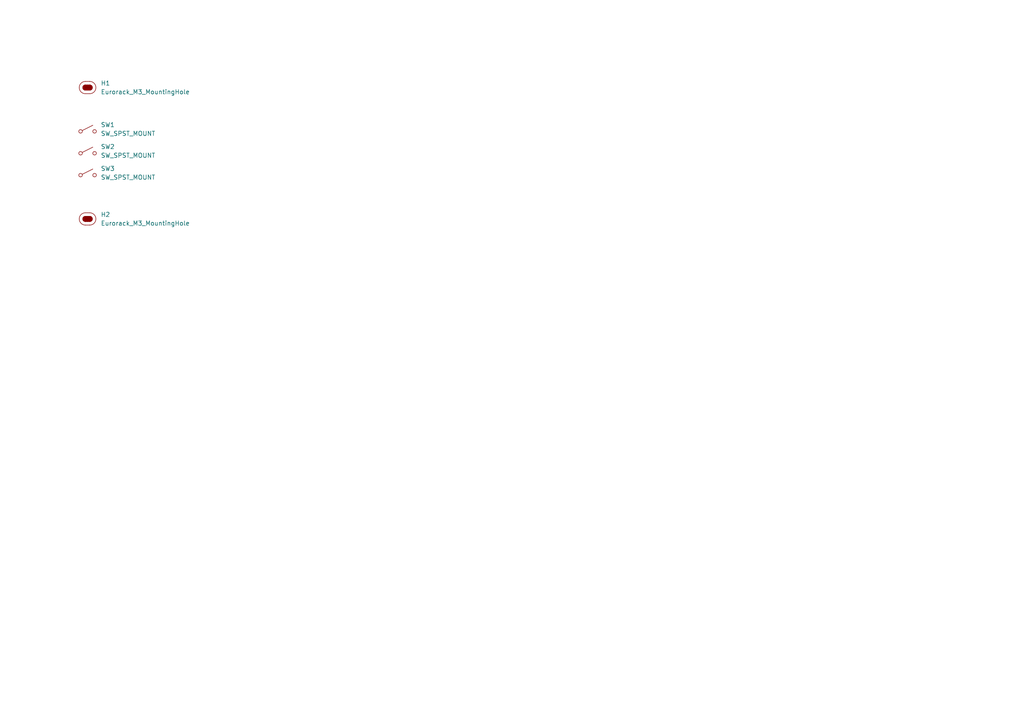
<source format=kicad_sch>
(kicad_sch (version 20250114) (generator "eeschema") (generator_version "9.0")
  (paper "A4")
  (lib_symbols
    (symbol "EXC:Eurorack_M3_MountingHole" (pin_names (offset 1.016))
      (property "Reference" "H" (at 0 5.08 0))
      (property "Value" "Eurorack_M3_MountingHole" (at 0 3.175 0))
      (symbol "Eurorack_M3_MountingHole_0_1"
        (polyline (pts (xy -0.635 0.762) (xy 0.635 0.762)))
        (circle (center -0.635 0) (radius 0.762) (fill (type outline)))
        (arc (start -0.635 -0.762) (mid -1.397 0) (end -0.635 0.762))
        (arc (start -0.635 -1.778) (mid -2.413 0) (end -0.635 1.778))
        (polyline (pts (xy -0.635 -0.762) (xy 0.635 -0.762)))
        (polyline (pts (xy -0.635 -1.778) (xy 0.635 -1.778)))
        (circle (center 0 0) (radius 0.762) (fill (type outline)))
        (polyline (pts (xy 0.635 1.778) (xy -0.635 1.778)))
        (arc (start 0.6141 1.778) (mid 2.4131 0) (end 0.6141 -1.778))
        (arc (start 0.6227 0.762) (mid 1.3971 0) (end 0.6227 -0.762))
        (circle (center 0.635 0) (radius 0.762) (fill (type outline)))
      )
    )
    (symbol "EXC:SW_SPST-Cherry_Panel_Mount" (pin_names (offset 0) (hide yes))
      (property "Reference" "SW" (at 0 3.175 0))
      (property "Value" "SW_SPST_MOUNT" (at 0 -2.032 0))
      (symbol "SW_SPST-Cherry_Panel_Mount_0_0"
        (circle (center -2.032 0) (radius 0.508))
        (polyline (pts (xy -1.524 0.254) (xy 1.524 1.778)))
        (circle (center 2.032 0) (radius 0.508))
      )
    )
  )
  (symbol (lib_id "EXC:Eurorack_M3_MountingHole") (at 25.4 25.4 0) (unit 1)
    (property "Reference" "H1" (at 29.21 24.1299 0) (effects (justify left)))
    (property "Value" "Eurorack_M3_MountingHole" (at 29.21 26.6699 0) (effects (justify left)))
    (property "Footprint" "EXC:MountingHole_3.2mm_M3" (effects (hide yes)))
    (property "Description" "Mounting Hole without connection" (effects (hide yes)))
  )
  (symbol (lib_id "EXC:SW_SPST-Cherry_Panel_Mount") (at 25.4 38.1 0) (unit 1)
    (property "Reference" "SW1" (at 29.21 36.1949 0) (effects (justify left)))
    (property "Value" "SW_SPST_MOUNT" (at 29.21 38.7349 0) (effects (justify left)))
    (property "Footprint" "EXC:SW_Cherry_MX_1.00u_Mount" (effects (hide yes)))
    (property "Datasheet" "https://hirosarts.com/blog/keycap-dimensions-guide-for-beginners/" (effects (hide yes)))
    (property "Description" "Single Pole Single Throw (SPST) panel-mount switch" (effects (hide yes)))
    (property "Source" "https://www.adafruit.com/product/4954" (effects (hide yes)))
  )
  (symbol (lib_id "EXC:SW_SPST-Cherry_Panel_Mount") (at 25.4 44.45 0) (unit 1)
    (property "Reference" "SW2" (at 29.21 42.5449 0) (effects (justify left)))
    (property "Value" "SW_SPST_MOUNT" (at 29.21 45.0849 0) (effects (justify left)))
    (property "Footprint" "EXC:SW_Cherry_MX_1.00u_Mount" (effects (hide yes)))
    (property "Datasheet" "https://hirosarts.com/blog/keycap-dimensions-guide-for-beginners/" (effects (hide yes)))
    (property "Description" "Single Pole Single Throw (SPST) panel-mount switch" (effects (hide yes)))
    (property "Source" "https://www.adafruit.com/product/4954" (effects (hide yes)))
  )
  (symbol (lib_id "EXC:SW_SPST-Cherry_Panel_Mount") (at 25.4 50.8 0) (unit 1)
    (property "Reference" "SW3" (at 29.21 48.8949 0) (effects (justify left)))
    (property "Value" "SW_SPST_MOUNT" (at 29.21 51.4349 0) (effects (justify left)))
    (property "Footprint" "EXC:SW_Cherry_MX_1.00u_Mount" (effects (hide yes)))
    (property "Datasheet" "https://hirosarts.com/blog/keycap-dimensions-guide-for-beginners/" (effects (hide yes)))
    (property "Description" "Single Pole Single Throw (SPST) panel-mount switch" (effects (hide yes)))
    (property "Source" "https://www.adafruit.com/product/4954" (effects (hide yes)))
  )
  (symbol (lib_id "EXC:Eurorack_M3_MountingHole") (at 25.4 63.5 0) (unit 1)
    (property "Reference" "H2" (at 29.21 62.2299 0) (effects (justify left)))
    (property "Value" "Eurorack_M3_MountingHole" (at 29.21 64.7699 0) (effects (justify left)))
    (property "Footprint" "EXC:MountingHole_3.2mm_M3" (effects (hide yes)))
    (property "Description" "Mounting Hole without connection" (effects (hide yes)))
  )
)
</source>
